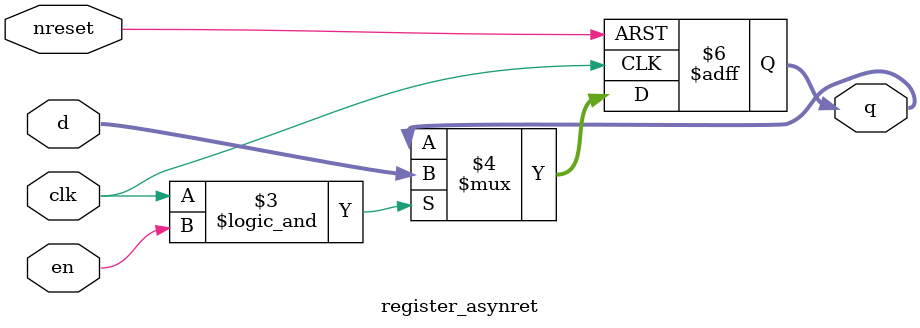
<source format=v>

/*****************************************************************************
 *
 * @file     register.v
 * 
 * @brief    Register with asynchronous reset, active high enable and positive edge clock
 * 
 * @author   Gian
 * 
 ******************************************************************************/

module register_asynret (
	d, 
	q, 
	clk, 
	nreset, 
	en
);


/*************************/
/* Parameter Definitions */
/*************************/
parameter BUS_WIDTH = 32;


/***************/
/* Input Ports */
/***************/
input wire[BUS_WIDTH-1:0] d;
input wire clk;
input wire nreset;
input wire en;


/****************/
/* Output Ports */
/****************/
output reg[BUS_WIDTH-1:0] q;



/***************/
/* Input Ports */
/***************/
always @ (posedge clk,negedge nreset) begin
	if(~nreset) begin
		q <= 0;
	end
	else if (clk && en) begin
		q <= d;
	end
end


endmodule

</source>
